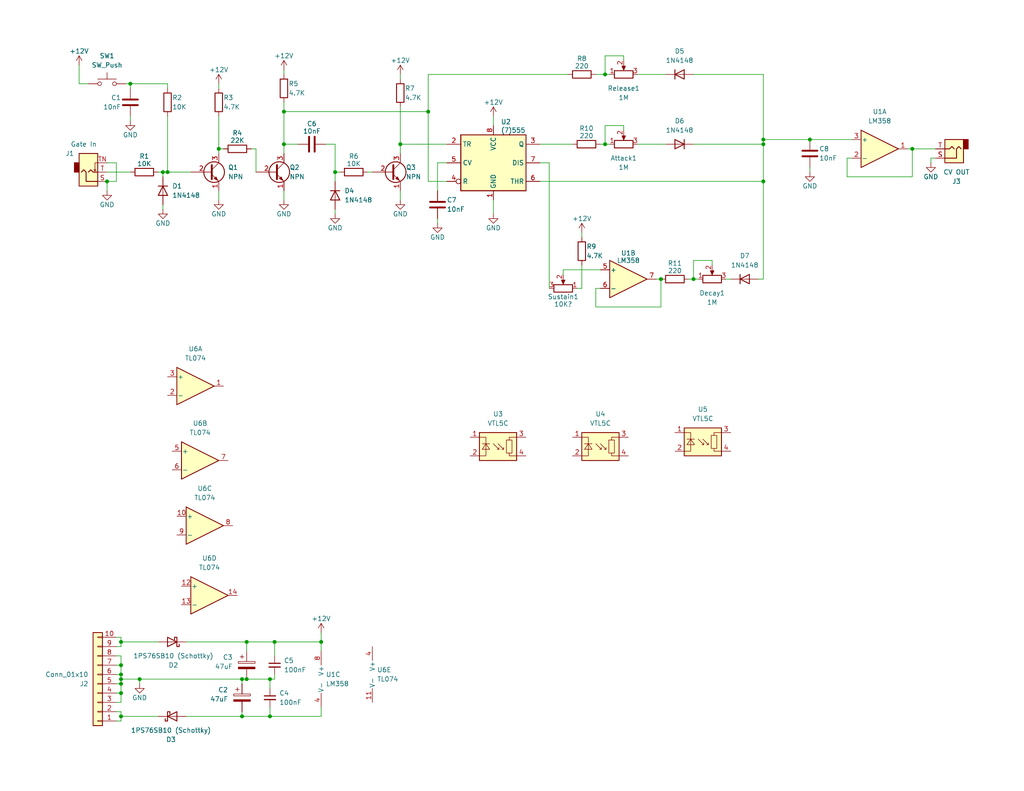
<source format=kicad_sch>
(kicad_sch (version 20250114) (generator "eeschema") (generator_version "9.0")
  (paper "USLetter")
  (lib_symbols
    (symbol "Amplifier_Operational:LM358" (pin_names (offset 0.127))
      (property "Reference" "U" (at 0 5.08 0))
      (property "Value" "LM358" (at 0 -5.08 0))
      (symbol "LM358_1_1"
        (polyline (pts (xy -5.08 5.08) (xy 5.08 0) (xy -5.08 -5.08) (xy -5.08 5.08)) (stroke (width 0.254)) (fill (type background)))
        (pin input line (at -7.62 2.54 0) (length 2.54) (name "+") (number "3"))
        (pin input line (at -7.62 -2.54 0) (length 2.54) (name "-") (number "2"))
        (pin output line (at 7.62 0 180) (length 2.54) (name "~") (number "1"))
      )
      (symbol "LM358_2_1"
        (polyline (pts (xy -5.08 5.08) (xy 5.08 0) (xy -5.08 -5.08) (xy -5.08 5.08)) (stroke (width 0.254)) (fill (type background)))
        (pin input line (at -7.62 2.54 0) (length 2.54) (name "+") (number "5"))
        (pin input line (at -7.62 -2.54 0) (length 2.54) (name "-") (number "6"))
        (pin output line (at 7.62 0 180) (length 2.54) (name "~") (number "7"))
      )
      (symbol "LM358_3_1"
        (pin power_in line (at -2.54 7.62 270) (length 3.81) (name "V+") (number "8"))
        (pin power_in line (at -2.54 -7.62 90) (length 3.81) (name "V-") (number "4"))
      )
    )
    (symbol "Amplifier_Operational:TL074" (pin_names (offset 0.127))
      (property "Reference" "U" (at 0 5.08 0))
      (property "Value" "TL074" (at 0 -5.08 0))
      (symbol "TL074_1_1"
        (polyline (pts (xy -5.08 5.08) (xy 5.08 0) (xy -5.08 -5.08) (xy -5.08 5.08)) (stroke (width 0.254)) (fill (type background)))
        (pin input line (at -7.62 2.54 0) (length 2.54) (name "+") (number "3"))
        (pin input line (at -7.62 -2.54 0) (length 2.54) (name "-") (number "2"))
        (pin output line (at 7.62 0 180) (length 2.54) (name "~") (number "1"))
      )
      (symbol "TL074_2_1"
        (polyline (pts (xy -5.08 5.08) (xy 5.08 0) (xy -5.08 -5.08) (xy -5.08 5.08)) (stroke (width 0.254)) (fill (type background)))
        (pin input line (at -7.62 2.54 0) (length 2.54) (name "+") (number "5"))
        (pin input line (at -7.62 -2.54 0) (length 2.54) (name "-") (number "6"))
        (pin output line (at 7.62 0 180) (length 2.54) (name "~") (number "7"))
      )
      (symbol "TL074_3_1"
        (polyline (pts (xy -5.08 5.08) (xy 5.08 0) (xy -5.08 -5.08) (xy -5.08 5.08)) (stroke (width 0.254)) (fill (type background)))
        (pin input line (at -7.62 2.54 0) (length 2.54) (name "+") (number "10"))
        (pin input line (at -7.62 -2.54 0) (length 2.54) (name "-") (number "9"))
        (pin output line (at 7.62 0 180) (length 2.54) (name "~") (number "8"))
      )
      (symbol "TL074_4_1"
        (polyline (pts (xy -5.08 5.08) (xy 5.08 0) (xy -5.08 -5.08) (xy -5.08 5.08)) (stroke (width 0.254)) (fill (type background)))
        (pin input line (at -7.62 2.54 0) (length 2.54) (name "+") (number "12"))
        (pin input line (at -7.62 -2.54 0) (length 2.54) (name "-") (number "13"))
        (pin output line (at 7.62 0 180) (length 2.54) (name "~") (number "14"))
      )
      (symbol "TL074_5_1"
        (pin power_in line (at -2.54 7.62 270) (length 3.81) (name "V+") (number "4"))
        (pin power_in line (at -2.54 -7.62 90) (length 3.81) (name "V-") (number "11"))
      )
    )
    (symbol "Connector_Audio:AudioJack2"
      (property "Reference" "J" (at 0 8.89 0))
      (property "Value" "AudioJack2" (at 0 6.35 0))
      (symbol "AudioJack2_0_1"
        (rectangle (start -3.81 0) (end -2.54 -2.54) (stroke (width 0.254)) (fill (type outline)))
        (rectangle (start -2.54 3.81) (end 2.54 -2.54) (stroke (width 0.254)) (fill (type background)))
        (polyline (pts (xy 0 0) (xy 0.635 -0.635) (xy 1.27 0) (xy 2.54 0)) (stroke (width 0.254)))
        (polyline (pts (xy 2.54 2.54) (xy -0.635 2.54) (xy -0.635 0) (xy -1.27 -0.635) (xy -1.905 0)) (stroke (width 0.254)))
      )
      (symbol "AudioJack2_1_1"
        (pin passive line (at 5.08 2.54 180) (length 2.54) (name "~") (number "S"))
        (pin passive line (at 5.08 0 180) (length 2.54) (name "~") (number "T"))
      )
    )
    (symbol "Connector_Audio:AudioJack2_SwitchT"
      (property "Reference" "J" (at 0 8.89 0))
      (property "Value" "AudioJack2_SwitchT" (at 0 6.35 0))
      (symbol "AudioJack2_SwitchT_0_1"
        (rectangle (start -2.54 0) (end -3.81 -2.54) (stroke (width 0.254)) (fill (type outline)))
        (polyline (pts (xy 0 0) (xy 0.635 -0.635) (xy 1.27 0) (xy 2.54 0)) (stroke (width 0.254)))
        (polyline (pts (xy 1.778 -0.254) (xy 2.032 -0.762)))
        (rectangle (start 2.54 3.81) (end -2.54 -5.08) (stroke (width 0.254)) (fill (type background)))
        (polyline (pts (xy 2.54 2.54) (xy -0.635 2.54) (xy -0.635 0) (xy -1.27 -0.635) (xy -1.905 0)) (stroke (width 0.254)))
        (polyline (pts (xy 2.54 -2.54) (xy 1.778 -2.54) (xy 1.778 -0.254) (xy 1.524 -0.762)))
      )
      (symbol "AudioJack2_SwitchT_1_1"
        (pin passive line (at 5.08 2.54 180) (length 2.54) (name "~") (number "S"))
        (pin passive line (at 5.08 0 180) (length 2.54) (name "~") (number "T"))
        (pin passive line (at 5.08 -2.54 180) (length 2.54) (name "~") (number "TN"))
      )
    )
    (symbol "Connector_Generic:Conn_01x10" (pin_names (offset 1.016) (hide yes))
      (property "Reference" "J" (at 0 12.7 0))
      (property "Value" "Conn_01x10" (at 0 -15.24 0))
      (symbol "Conn_01x10_1_1"
        (rectangle (start -1.27 11.43) (end 1.27 -13.97) (stroke (width 0.254)) (fill (type background)))
        (rectangle (start -1.27 10.287) (end 0 10.033) (stroke (width 0.1524)))
        (rectangle (start -1.27 7.747) (end 0 7.493) (stroke (width 0.1524)))
        (rectangle (start -1.27 5.207) (end 0 4.953) (stroke (width 0.1524)))
        (rectangle (start -1.27 2.667) (end 0 2.413) (stroke (width 0.1524)))
        (rectangle (start -1.27 0.127) (end 0 -0.127) (stroke (width 0.1524)))
        (rectangle (start -1.27 -2.413) (end 0 -2.667) (stroke (width 0.1524)))
        (rectangle (start -1.27 -4.953) (end 0 -5.207) (stroke (width 0.1524)))
        (rectangle (start -1.27 -7.493) (end 0 -7.747) (stroke (width 0.1524)))
        (rectangle (start -1.27 -10.033) (end 0 -10.287) (stroke (width 0.1524)))
        (rectangle (start -1.27 -12.573) (end 0 -12.827) (stroke (width 0.1524)))
        (pin passive line (at -5.08 10.16 0) (length 3.81) (name "Pin_1") (number "1"))
        (pin passive line (at -5.08 7.62 0) (length 3.81) (name "Pin_2") (number "2"))
        (pin passive line (at -5.08 5.08 0) (length 3.81) (name "Pin_3") (number "3"))
        (pin passive line (at -5.08 2.54 0) (length 3.81) (name "Pin_4") (number "4"))
        (pin passive line (at -5.08 0 0) (length 3.81) (name "Pin_5") (number "5"))
        (pin passive line (at -5.08 -2.54 0) (length 3.81) (name "Pin_6") (number "6"))
        (pin passive line (at -5.08 -5.08 0) (length 3.81) (name "Pin_7") (number "7"))
        (pin passive line (at -5.08 -7.62 0) (length 3.81) (name "Pin_8") (number "8"))
        (pin passive line (at -5.08 -10.16 0) (length 3.81) (name "Pin_9") (number "9"))
        (pin passive line (at -5.08 -12.7 0) (length 3.81) (name "Pin_10") (number "10"))
      )
    )
    (symbol "Device:C" (pin_numbers (hide yes)) (pin_names (offset 0.254))
      (property "Reference" "C" (at 0.635 2.54 0))
      (property "Value" "C" (at 0.635 -2.54 0))
      (symbol "C_0_1"
        (polyline (pts (xy -2.032 0.762) (xy 2.032 0.762)) (stroke (width 0.508)))
        (polyline (pts (xy -2.032 -0.762) (xy 2.032 -0.762)) (stroke (width 0.508)))
      )
      (symbol "C_1_1"
        (pin passive line (at 0 3.81 270) (length 2.794) (name "~") (number "1"))
        (pin passive line (at 0 -3.81 90) (length 2.794) (name "~") (number "2"))
      )
    )
    (symbol "Device:C_Polarized" (pin_numbers (hide yes)) (pin_names (offset 0.254))
      (property "Reference" "C" (at 0.635 2.54 0))
      (property "Value" "C_Polarized" (at 0.635 -2.54 0))
      (symbol "C_Polarized_0_1"
        (rectangle (start -2.286 0.508) (end 2.286 1.016))
        (polyline (pts (xy -1.778 2.286) (xy -0.762 2.286)))
        (polyline (pts (xy -1.27 2.794) (xy -1.27 1.778)))
        (rectangle (start 2.286 -0.508) (end -2.286 -1.016) (fill (type outline)))
      )
      (symbol "C_Polarized_1_1"
        (pin passive line (at 0 3.81 270) (length 2.794) (name "~") (number "1"))
        (pin passive line (at 0 -3.81 90) (length 2.794) (name "~") (number "2"))
      )
    )
    (symbol "Device:C_Small" (pin_numbers (hide yes)) (pin_names (offset 0.254) (hide yes))
      (property "Reference" "C" (at 0.254 1.778 0))
      (property "Value" "C_Small" (at 0.254 -2.032 0))
      (symbol "C_Small_0_1"
        (polyline (pts (xy -1.524 0.508) (xy 1.524 0.508)) (stroke (width 0.3048)))
        (polyline (pts (xy -1.524 -0.508) (xy 1.524 -0.508)) (stroke (width 0.3302)))
      )
      (symbol "C_Small_1_1"
        (pin passive line (at 0 2.54 270) (length 2.032) (name "~") (number "1"))
        (pin passive line (at 0 -2.54 90) (length 2.032) (name "~") (number "2"))
      )
    )
    (symbol "Device:R" (pin_numbers (hide yes)) (pin_names (offset 0))
      (property "Reference" "R" (at 2.032 0 90))
      (property "Value" "R" (at 0 0 90))
      (symbol "R_0_1"
        (rectangle (start -1.016 -2.54) (end 1.016 2.54) (stroke (width 0.254)))
      )
      (symbol "R_1_1"
        (pin passive line (at 0 3.81 270) (length 1.27) (name "~") (number "1"))
        (pin passive line (at 0 -3.81 90) (length 1.27) (name "~") (number "2"))
      )
    )
    (symbol "Device:R_Potentiometer" (pin_names (offset 1.016) (hide yes))
      (property "Reference" "RV" (at -4.445 0 90))
      (property "Value" "R_Potentiometer" (at -2.54 0 90))
      (symbol "R_Potentiometer_0_1"
        (rectangle (start 1.016 2.54) (end -1.016 -2.54) (stroke (width 0.254)))
        (polyline (pts (xy 1.143 0) (xy 2.286 0.508) (xy 2.286 -0.508) (xy 1.143 0)) (fill (type outline)))
        (polyline (pts (xy 2.54 0) (xy 1.524 0)))
      )
      (symbol "R_Potentiometer_1_1"
        (pin passive line (at 0 3.81 270) (length 1.27) (name "1") (number "1"))
        (pin passive line (at 0 -3.81 90) (length 1.27) (name "3") (number "3"))
        (pin passive line (at 3.81 0 180) (length 1.27) (name "2") (number "2"))
      )
    )
    (symbol "Diode:1N4148" (pin_numbers (hide yes)) (pin_names (hide yes))
      (property "Reference" "D" (at 0 2.54 0))
      (property "Value" "1N4148" (at 0 -2.54 0))
      (symbol "1N4148_0_1"
        (polyline (pts (xy -1.27 1.27) (xy -1.27 -1.27)) (stroke (width 0.254)))
        (polyline (pts (xy 1.27 1.27) (xy 1.27 -1.27) (xy -1.27 0) (xy 1.27 1.27)) (stroke (width 0.254)))
        (polyline (pts (xy 1.27 0) (xy -1.27 0)))
      )
      (symbol "1N4148_1_1"
        (pin passive line (at -3.81 0 0) (length 2.54) (name "K") (number "1"))
        (pin passive line (at 3.81 0 180) (length 2.54) (name "A") (number "2"))
      )
    )
    (symbol "Diode:BAT60A" (pin_numbers (hide yes)) (pin_names (offset 1.016) (hide yes))
      (property "Reference" "D" (at 0 2.54 0))
      (property "Value" "BAT60A" (at 0 -2.54 0))
      (symbol "BAT60A_0_1"
        (polyline (pts (xy -1.905 0.635) (xy -1.905 1.27) (xy -1.27 1.27) (xy -1.27 -1.27) (xy -0.635 -1.27) (xy -0.635 -0.635)) (stroke (width 0.254)))
        (polyline (pts (xy 1.27 1.27) (xy 1.27 -1.27) (xy -1.27 0) (xy 1.27 1.27)) (stroke (width 0.254)))
        (polyline (pts (xy 1.27 0) (xy -1.27 0)))
      )
      (symbol "BAT60A_1_1"
        (pin passive line (at -3.81 0 0) (length 2.54) (name "K") (number "1"))
        (pin passive line (at 3.81 0 180) (length 2.54) (name "A") (number "2"))
      )
    )
    (symbol "Isolator:VTL5C" (pin_names (offset 1.016) (hide yes))
      (property "Reference" "U" (at 0 5.08 0))
      (property "Value" "VTL5C" (at 0 -5.08 0))
      (symbol "VTL5C_0_1"
        (rectangle (start -5.08 3.81) (end 5.08 -3.81) (stroke (width 0.254)) (fill (type background)))
        (polyline (pts (xy -5.08 -2.54) (xy -3.302 -2.54) (xy -3.302 2.54) (xy -5.08 2.54)))
        (polyline (pts (xy -4.318 0.762) (xy -2.286 0.762)))
        (polyline (pts (xy -1.27 0.762) (xy 0.254 -0.762)))
        (polyline (pts (xy 0 0.762) (xy 1.524 -0.762)))
        (polyline (pts (xy 0.254 -0.254) (xy 0.254 -0.762) (xy -0.254 -0.762)))
        (polyline (pts (xy 1.524 -0.254) (xy 1.524 -0.762) (xy 1.016 -0.762)))
        (rectangle (start 2.286 1.778) (end 3.81 -1.778))
        (polyline (pts (xy 3.048 1.778) (xy 3.048 2.54) (xy 5.08 2.54)))
        (polyline (pts (xy 3.048 -1.778) (xy 3.048 -2.54) (xy 5.08 -2.54)))
      )
      (symbol "VTL5C_1_1"
        (polyline (pts (xy -4.318 -0.762) (xy -3.302 0.762) (xy -2.286 -0.762) (xy -4.318 -0.762)))
        (pin passive line (at -7.62 2.54 0) (length 2.54) (name "-") (number "1"))
        (pin passive line (at -7.62 -2.54 0) (length 2.54) (name "+") (number "2"))
        (pin passive line (at 7.62 2.54 180) (length 2.54) (name "~") (number "3"))
        (pin passive line (at 7.62 -2.54 180) (length 2.54) (name "~") (number "4"))
      )
    )
    (symbol "Switch:SW_Push" (pin_numbers (hide yes)) (pin_names (offset 1.016) (hide yes))
      (property "Reference" "SW" (at 1.27 2.54 0))
      (property "Value" "SW_Push" (at 0 -1.524 0))
      (symbol "SW_Push_0_1"
        (circle (center -2.032 0) (radius 0.508))
        (polyline (pts (xy 0 1.27) (xy 0 3.048)))
        (circle (center 2.032 0) (radius 0.508))
        (polyline (pts (xy 2.54 1.27) (xy -2.54 1.27)))
        (pin passive line (at -5.08 0 0) (length 2.54) (name "1") (number "1"))
        (pin passive line (at 5.08 0 180) (length 2.54) (name "2") (number "2"))
      )
    )
    (symbol "Timer:NA555P"
      (property "Reference" "U" (at -10.16 8.89 0))
      (property "Value" "NA555P" (at 2.54 8.89 0))
      (symbol "NA555P_0_0"
        (pin power_in line (at 0 10.16 270) (length 2.54) (name "VCC") (number "8"))
        (pin power_in line (at 0 -10.16 90) (length 2.54) (name "GND") (number "1"))
      )
      (symbol "NA555P_0_1"
        (rectangle (start -8.89 -7.62) (end 8.89 7.62) (stroke (width 0.254)) (fill (type background)))
        (rectangle (start -8.89 -7.62) (end 8.89 7.62) (stroke (width 0.254)) (fill (type background)))
      )
      (symbol "NA555P_1_1"
        (pin input line (at -12.7 5.08 0) (length 3.81) (name "TR") (number "2"))
        (pin input line (at -12.7 0 0) (length 3.81) (name "CV") (number "5"))
        (pin input inverted (at -12.7 -5.08 0) (length 3.81) (name "R") (number "4"))
        (pin output line (at 12.7 5.08 180) (length 3.81) (name "Q") (number "3"))
        (pin input line (at 12.7 0 180) (length 3.81) (name "DIS") (number "7"))
        (pin input line (at 12.7 -5.08 180) (length 3.81) (name "THR") (number "6"))
      )
    )
    (symbol "Transistor_BJT:2N3904" (pin_names (offset 0) (hide yes))
      (property "Reference" "Q" (at 5.08 1.905 0))
      (property "Value" "2N3904" (at 5.08 0 0))
      (symbol "2N3904_0_1"
        (polyline (pts (xy 0.635 1.905) (xy 0.635 -1.905) (xy 0.635 -1.905)) (stroke (width 0.508)))
        (polyline (pts (xy 0.635 0.635) (xy 2.54 2.54)))
        (polyline (pts (xy 0.635 -0.635) (xy 2.54 -2.54) (xy 2.54 -2.54)))
        (circle (center 1.27 0) (radius 2.8194) (stroke (width 0.254)))
        (polyline (pts (xy 1.27 -1.778) (xy 1.778 -1.27) (xy 2.286 -2.286) (xy 1.27 -1.778) (xy 1.27 -1.778)) (fill (type outline)))
      )
      (symbol "2N3904_1_1"
        (pin passive line (at -5.08 0 0) (length 5.715) (name "B") (number "2"))
        (pin passive line (at 2.54 5.08 270) (length 2.54) (name "C") (number "3"))
        (pin passive line (at 2.54 -5.08 90) (length 2.54) (name "E") (number "1"))
      )
    )
    (symbol "power:+12V" (power) (pin_names (offset 0))
      (property "Value" "+12V" (at 0 3.556 0))
      (symbol "+12V_0_1"
        (polyline (pts (xy -0.762 1.27) (xy 0 2.54)))
        (polyline (pts (xy 0 2.54) (xy 0.762 1.27)))
        (polyline (pts (xy 0 0) (xy 0 2.54)))
      )
      (symbol "+12V_1_1"
        (pin power_in line (at 0 0 90) (length 0) (hide yes) (name "+12V") (number "1"))
      )
    )
    (symbol "power:GND" (power) (pin_names (offset 0))
      (property "Value" "GND" (at 0 -3.81 0))
      (symbol "GND_0_1"
        (polyline (pts (xy 0 0) (xy 0 -1.27) (xy 1.27 -1.27) (xy 0 -2.54) (xy -1.27 -1.27) (xy 0 -1.27)))
      )
      (symbol "GND_1_1"
        (pin power_in line (at 0 0 270) (length 0) (hide yes) (name "GND") (number "1"))
      )
    )
  )
  (junction (at 33.02 184.15))
  (junction (at 165.1 39.37))
  (junction (at 67.31 185.42))
  (junction (at 33.02 195.58))
  (junction (at 189.23 76.2))
  (junction (at 208.28 38.1))
  (junction (at 220.98 38.1))
  (junction (at 208.28 49.53))
  (junction (at 73.66 195.58))
  (junction (at 66.04 185.42))
  (junction (at 59.69 40.64))
  (junction (at 91.44 46.99))
  (junction (at 33.02 189.23))
  (junction (at 73.66 185.42))
  (junction (at 33.02 181.61))
  (junction (at 29.21 49.53))
  (junction (at 116.84 30.48))
  (junction (at 35.56 22.86))
  (junction (at 208.28 39.37))
  (junction (at 77.47 39.37))
  (junction (at 45.72 46.99))
  (junction (at 74.93 175.26))
  (junction (at 248.92 40.64))
  (junction (at 66.04 195.58))
  (junction (at 33.02 186.69))
  (junction (at 33.02 185.42))
  (junction (at 33.02 175.26))
  (junction (at 87.63 175.26))
  (junction (at 109.22 39.37))
  (junction (at 77.47 30.48))
  (junction (at 67.31 175.26))
  (junction (at 165.1 20.32))
  (junction (at 44.45 46.99))
  (junction (at 38.1 185.42))
  (junction (at 180.34 76.2))
  (wire (pts (xy 77.47 30.48) (xy 116.84 30.48)))
  (wire (pts (xy 33.02 195.58) (xy 33.02 196.85)))
  (wire (pts (xy 29.21 49.53) (xy 29.21 52.07)))
  (wire (pts (xy 33.02 175.26) (xy 33.02 173.99)))
  (wire (pts (xy 77.47 39.37) (xy 77.47 41.91)))
  (wire (pts (xy 119.38 44.45) (xy 121.92 44.45)))
  (wire (pts (xy 31.75 189.23) (xy 33.02 189.23)))
  (wire (pts (xy 33.02 176.53) (xy 33.02 175.26)))
  (wire (pts (xy 170.18 34.29) (xy 165.1 34.29)))
  (wire (pts (xy 31.75 44.45) (xy 31.75 49.53)))
  (wire (pts (xy 66.04 195.58) (xy 73.66 195.58)))
  (wire (pts (xy 147.32 49.53) (xy 208.28 49.53)))
  (wire (pts (xy 170.18 15.24) (xy 170.18 16.51)))
  (wire (pts (xy 87.63 175.26) (xy 87.63 177.8)))
  (wire (pts (xy 158.75 72.39) (xy 158.75 78.74)))
  (wire (pts (xy 208.28 39.37) (xy 208.28 38.1)))
  (wire (pts (xy 180.34 76.2) (xy 180.34 83.82)))
  (wire (pts (xy 31.75 173.99) (xy 33.02 173.99)))
  (wire (pts (xy 45.72 46.99) (xy 52.07 46.99)))
  (wire (pts (xy 134.62 31.75) (xy 134.62 34.29)))
  (wire (pts (xy 74.93 175.26) (xy 87.63 175.26)))
  (wire (pts (xy 157.48 78.74) (xy 158.75 78.74)))
  (wire (pts (xy 74.93 179.07) (xy 74.93 175.26)))
  (wire (pts (xy 248.92 48.26) (xy 231.14 48.26)))
  (wire (pts (xy 165.1 39.37) (xy 166.37 39.37)))
  (wire (pts (xy 77.47 19.05) (xy 77.47 20.32)))
  (wire (pts (xy 59.69 40.64) (xy 60.96 40.64)))
  (wire (pts (xy 162.56 83.82) (xy 180.34 83.82)))
  (wire (pts (xy 33.02 184.15) (xy 31.75 184.15)))
  (wire (pts (xy 109.22 39.37) (xy 109.22 41.91)))
  (wire (pts (xy 77.47 52.07) (xy 77.47 54.61)))
  (wire (pts (xy 101.6 46.99) (xy 100.33 46.99)))
  (wire (pts (xy 29.21 49.53) (xy 31.75 49.53)))
  (wire (pts (xy 66.04 185.42) (xy 67.31 185.42)))
  (wire (pts (xy 165.1 15.24) (xy 165.1 20.32)))
  (wire (pts (xy 149.86 44.45) (xy 149.86 78.74)))
  (wire (pts (xy 29.21 44.45) (xy 31.75 44.45)))
  (wire (pts (xy 33.02 186.69) (xy 33.02 189.23)))
  (wire (pts (xy 220.98 45.72) (xy 220.98 46.99)))
  (wire (pts (xy 194.31 71.12) (xy 194.31 72.39)))
  (wire (pts (xy 33.02 194.31) (xy 33.02 195.58)))
  (wire (pts (xy 50.8 195.58) (xy 66.04 195.58)))
  (wire (pts (xy 31.75 186.69) (xy 33.02 186.69)))
  (wire (pts (xy 208.28 38.1) (xy 220.98 38.1)))
  (wire (pts (xy 116.84 20.32) (xy 116.84 30.48)))
  (wire (pts (xy 35.56 31.75) (xy 35.56 33.02)))
  (wire (pts (xy 116.84 30.48) (xy 116.84 49.53)))
  (wire (pts (xy 173.99 39.37) (xy 181.61 39.37)))
  (wire (pts (xy 31.75 181.61) (xy 33.02 181.61)))
  (wire (pts (xy 162.56 78.74) (xy 162.56 83.82)))
  (wire (pts (xy 208.28 39.37) (xy 189.23 39.37)))
  (wire (pts (xy 33.02 179.07) (xy 33.02 181.61)))
  (wire (pts (xy 44.45 46.99) (xy 44.45 48.26)))
  (wire (pts (xy 247.65 40.64) (xy 248.92 40.64)))
  (wire (pts (xy 165.1 34.29) (xy 165.1 39.37)))
  (wire (pts (xy 91.44 39.37) (xy 91.44 46.99)))
  (wire (pts (xy 91.44 58.42) (xy 91.44 57.15)))
  (wire (pts (xy 73.66 195.58) (xy 87.63 195.58)))
  (wire (pts (xy 59.69 31.75) (xy 59.69 40.64)))
  (wire (pts (xy 66.04 194.31) (xy 66.04 195.58)))
  (wire (pts (xy 87.63 172.72) (xy 87.63 175.26)))
  (wire (pts (xy 109.22 20.32) (xy 109.22 21.59)))
  (wire (pts (xy 33.02 195.58) (xy 43.18 195.58)))
  (wire (pts (xy 33.02 181.61) (xy 33.02 184.15)))
  (wire (pts (xy 198.12 76.2) (xy 199.39 76.2)))
  (wire (pts (xy 220.98 38.1) (xy 232.41 38.1)))
  (wire (pts (xy 21.59 17.78) (xy 21.59 22.86)))
  (wire (pts (xy 170.18 15.24) (xy 165.1 15.24)))
  (wire (pts (xy 173.99 20.32) (xy 181.61 20.32)))
  (wire (pts (xy 73.66 193.04) (xy 73.66 195.58)))
  (wire (pts (xy 254 43.18) (xy 254 44.45)))
  (wire (pts (xy 33.02 185.42) (xy 33.02 186.69)))
  (wire (pts (xy 45.72 31.75) (xy 45.72 46.99)))
  (wire (pts (xy 38.1 186.69) (xy 38.1 185.42)))
  (wire (pts (xy 45.72 22.86) (xy 45.72 24.13)))
  (wire (pts (xy 87.63 193.04) (xy 87.63 195.58)))
  (wire (pts (xy 231.14 43.18) (xy 232.41 43.18)))
  (wire (pts (xy 74.93 184.15) (xy 74.93 185.42)))
  (wire (pts (xy 59.69 52.07) (xy 59.69 54.61)))
  (wire (pts (xy 154.94 20.32) (xy 116.84 20.32)))
  (wire (pts (xy 91.44 46.99) (xy 92.71 46.99)))
  (wire (pts (xy 163.83 39.37) (xy 165.1 39.37)))
  (wire (pts (xy 73.66 185.42) (xy 74.93 185.42)))
  (wire (pts (xy 35.56 22.86) (xy 35.56 24.13)))
  (wire (pts (xy 73.66 185.42) (xy 73.66 187.96)))
  (wire (pts (xy 248.92 40.64) (xy 255.27 40.64)))
  (wire (pts (xy 33.02 196.85) (xy 31.75 196.85)))
  (wire (pts (xy 153.67 73.66) (xy 163.83 73.66)))
  (wire (pts (xy 165.1 20.32) (xy 166.37 20.32)))
  (wire (pts (xy 31.75 191.77) (xy 33.02 191.77)))
  (wire (pts (xy 77.47 30.48) (xy 77.47 39.37)))
  (wire (pts (xy 38.1 185.42) (xy 66.04 185.42)))
  (wire (pts (xy 208.28 76.2) (xy 207.01 76.2)))
  (wire (pts (xy 44.45 46.99) (xy 45.72 46.99)))
  (wire (pts (xy 158.75 63.5) (xy 158.75 64.77)))
  (wire (pts (xy 147.32 44.45) (xy 149.86 44.45)))
  (wire (pts (xy 248.92 40.64) (xy 248.92 48.26)))
  (wire (pts (xy 66.04 186.69) (xy 66.04 185.42)))
  (wire (pts (xy 68.58 40.64) (xy 69.85 40.64)))
  (wire (pts (xy 35.56 22.86) (xy 45.72 22.86)))
  (wire (pts (xy 29.21 46.99) (xy 35.56 46.99)))
  (wire (pts (xy 33.02 185.42) (xy 38.1 185.42)))
  (wire (pts (xy 67.31 185.42) (xy 73.66 185.42)))
  (wire (pts (xy 162.56 20.32) (xy 165.1 20.32)))
  (wire (pts (xy 44.45 57.15) (xy 44.45 55.88)))
  (wire (pts (xy 179.07 76.2) (xy 180.34 76.2)))
  (wire (pts (xy 109.22 52.07) (xy 109.22 54.61)))
  (wire (pts (xy 59.69 40.64) (xy 59.69 41.91)))
  (wire (pts (xy 43.18 46.99) (xy 44.45 46.99)))
  (wire (pts (xy 189.23 76.2) (xy 190.5 76.2)))
  (wire (pts (xy 109.22 29.21) (xy 109.22 39.37)))
  (wire (pts (xy 189.23 71.12) (xy 189.23 76.2)))
  (wire (pts (xy 31.75 176.53) (xy 33.02 176.53)))
  (wire (pts (xy 119.38 44.45) (xy 119.38 52.07)))
  (wire (pts (xy 59.69 22.86) (xy 59.69 24.13)))
  (wire (pts (xy 208.28 20.32) (xy 208.28 38.1)))
  (wire (pts (xy 208.28 39.37) (xy 208.28 49.53)))
  (wire (pts (xy 254 43.18) (xy 255.27 43.18)))
  (wire (pts (xy 77.47 27.94) (xy 77.47 30.48)))
  (wire (pts (xy 33.02 184.15) (xy 33.02 185.42)))
  (wire (pts (xy 33.02 194.31) (xy 31.75 194.31)))
  (wire (pts (xy 231.14 48.26) (xy 231.14 43.18)))
  (wire (pts (xy 109.22 39.37) (xy 121.92 39.37)))
  (wire (pts (xy 33.02 189.23) (xy 33.02 191.77)))
  (wire (pts (xy 119.38 59.69) (xy 119.38 60.96)))
  (wire (pts (xy 170.18 34.29) (xy 170.18 35.56)))
  (wire (pts (xy 21.59 22.86) (xy 24.13 22.86)))
  (wire (pts (xy 134.62 54.61) (xy 134.62 58.42)))
  (wire (pts (xy 153.67 74.93) (xy 153.67 73.66)))
  (wire (pts (xy 194.31 71.12) (xy 189.23 71.12)))
  (wire (pts (xy 91.44 46.99) (xy 91.44 49.53)))
  (wire (pts (xy 116.84 49.53) (xy 121.92 49.53)))
  (wire (pts (xy 69.85 40.64) (xy 69.85 46.99)))
  (wire (pts (xy 67.31 175.26) (xy 74.93 175.26)))
  (wire (pts (xy 33.02 175.26) (xy 43.18 175.26)))
  (wire (pts (xy 88.9 39.37) (xy 91.44 39.37)))
  (wire (pts (xy 31.75 179.07) (xy 33.02 179.07)))
  (wire (pts (xy 208.28 20.32) (xy 189.23 20.32)))
  (wire (pts (xy 77.47 39.37) (xy 81.28 39.37)))
  (wire (pts (xy 147.32 39.37) (xy 156.21 39.37)))
  (wire (pts (xy 187.96 76.2) (xy 189.23 76.2)))
  (wire (pts (xy 162.56 78.74) (xy 163.83 78.74)))
  (wire (pts (xy 34.29 22.86) (xy 35.56 22.86)))
  (wire (pts (xy 50.8 175.26) (xy 67.31 175.26)))
  (wire (pts (xy 67.31 175.26) (xy 67.31 177.8)))
  (wire (pts (xy 208.28 49.53) (xy 208.28 76.2)))
  (symbol (lib_id "power:GND") (at 119.38 60.96 0) (mirror y) (unit 1)
    (property "Reference" "#PWR014" (effects (hide yes)))
    (property "Value" "GND" (at 119.38 64.77 0))
  )
  (symbol (lib_id "Device:R") (at 184.15 76.2 90) (unit 1)
    (property "Reference" "R11" (at 184.15 71.882 90))
    (property "Value" "220" (at 184.15 73.914 90))
  )
  (symbol (lib_id "power:GND") (at 35.56 33.02 0) (mirror y) (unit 1)
    (property "Reference" "#PWR03" (effects (hide yes)))
    (property "Value" "GND" (at 35.56 36.83 0))
  )
  (symbol (lib_id "Device:R") (at 59.69 27.94 0) (unit 1)
    (property "Reference" "R3" (at 60.96 26.67 0) (effects (justify left)))
    (property "Value" "4.7K" (at 60.96 29.21 0) (effects (justify left)))
  )
  (symbol (lib_id "power:+12V") (at 87.63 172.72 0) (unit 1)
    (property "Reference" "#PWR011" (effects (hide yes)))
    (property "Value" "+12V" (at 87.63 168.91 0))
  )
  (symbol (lib_id "Diode:1N4148") (at 203.2 76.2 0) (unit 1)
    (property "Reference" "D7" (at 203.2 69.85 0))
    (property "Value" "1N4148" (at 203.2 72.39 0))
    (property "Footprint" "Diode_THT:D_DO-35_SOD27_P7.62mm_Horizontal" (effects (hide yes)))
    (property "Datasheet" "https://assets.nexperia.com/documents/data-sheet/1N4148_1N4448.pdf" (effects (hide yes)))
    (property "Sim.Device" "D" (effects (hide yes)))
    (property "Sim.Pins" "1=K 2=A" (effects (hide yes)))
  )
  (symbol (lib_id "Diode:BAT60A") (at 46.99 175.26 180) (unit 1)
    (property "Reference" "D2" (at 47.3075 181.61 0))
    (property "Value" "1PS76SB10 (Schottky)" (at 47.3075 179.07 0))
    (property "Footprint" "Diode_SMD:D_SOD-323_HandSoldering" (effects (hide yes)))
    (property "Datasheet" "https://www.infineon.com/dgdl/Infineon-BAT60ASERIES-DS-v01_01-en.pdf?fileId=db3a304313d846880113def70c9304a9" (effects (hide yes)))
  )
  (symbol (lib_id "Device:C_Small") (at 74.93 181.61 0) (unit 1)
    (property "Reference" "C5" (at 77.47 180.3463 0) (effects (justify left)))
    (property "Value" "100nF" (at 77.47 182.8863 0) (effects (justify left)))
    (property "Footprint" "Capacitor_SMD:C_0805_2012Metric_Pad1.18x1.45mm_HandSolder" (effects (hide yes)))
  )
  (symbol (lib_id "power:GND") (at 29.21 52.07 0) (unit 1)
    (property "Reference" "#PWR02" (effects (hide yes)))
    (property "Value" "GND" (at 29.21 55.88 0))
  )
  (symbol (lib_id "Amplifier_Operational:TL074") (at 54.61 125.73 0) (unit 2)
    (property "Reference" "U6" (at 54.61 115.57 0))
    (property "Value" "TL074" (at 54.61 118.11 0))
    (property "Footprint" "Package_SO:SOIC-14_3.9x8.7mm_P1.27mm" (effects (hide yes)))
    (property "Datasheet" "http://www.ti.com/lit/ds/symlink/tl071.pdf" (effects (hide yes)))
    (property "Description" "Quad Low-Noise JFET-Input Operational Amplifiers, DIP-14/SOIC-14" (effects (hide yes)))
  )
  (symbol (lib_id "Isolator:VTL5C") (at 163.83 121.92 0) (unit 1)
    (property "Reference" "U4" (at 163.83 113.03 0))
    (property "Value" "VTL5C" (at 163.83 115.57 0))
    (property "Footprint" "OptoDevice:PerkinElmer_VTL5C" (effects (hide yes)))
    (property "Datasheet" "http://www.qsl.net/wa1ion/vactrol/vactrol.pdf" (effects (hide yes)))
    (property "Description" "Low Cost Axial Vactrols" (effects (hide yes)))
  )
  (symbol (lib_id "Amplifier_Operational:TL074") (at 57.15 162.56 0) (unit 4)
    (property "Reference" "U6" (at 57.15 152.4 0))
    (property "Value" "TL074" (at 57.15 154.94 0))
    (property "Footprint" "Package_SO:SOIC-14_3.9x8.7mm_P1.27mm" (effects (hide yes)))
    (property "Datasheet" "http://www.ti.com/lit/ds/symlink/tl071.pdf" (effects (hide yes)))
    (property "Description" "Quad Low-Noise JFET-Input Operational Amplifiers, DIP-14/SOIC-14" (effects (hide yes)))
  )
  (symbol (lib_id "Device:R_Potentiometer") (at 170.18 20.32 90) (unit 1)
    (property "Reference" "Release1" (at 170.18 24.13 90))
    (property "Value" "1M" (at 170.18 26.67 90))
    (property "Description" "Potentiometer" (effects (hide yes)))
  )
  (symbol (lib_id "Device:C") (at 119.38 55.88 0) (unit 1)
    (property "Reference" "C7" (at 121.92 54.61 0) (effects (justify left)))
    (property "Value" "10nF" (at 121.92 57.15 0) (effects (justify left)))
    (property "Description" "Unpolarized capacitor" (effects (hide yes)))
  )
  (symbol (lib_id "Transistor_BJT:2N3904") (at 74.93 46.99 0) (unit 1)
    (property "Reference" "Q2" (at 78.994 45.72 0) (effects (justify left)))
    (property "Value" "NPN" (at 78.994 48.26 0) (effects (justify left)))
    (property "Footprint" "Package_TO_SOT_THT:TO-92_Inline" (effects (hide yes)))
    (property "Datasheet" "https://www.onsemi.com/pub/Collateral/2N3903-D.PDF" (effects (hide yes)))
  )
  (symbol (lib_id "Amplifier_Operational:TL074") (at 104.14 184.15 0) (unit 5)
    (property "Reference" "U6" (at 102.87 182.8799 0) (effects (justify left)))
    (property "Value" "TL074" (at 102.87 185.4199 0) (effects (justify left)))
    (property "Footprint" "Package_SO:SOIC-14_3.9x8.7mm_P1.27mm" (effects (hide yes)))
    (property "Datasheet" "http://www.ti.com/lit/ds/symlink/tl071.pdf" (effects (hide yes)))
    (property "Description" "Quad Low-Noise JFET-Input Operational Amplifiers, DIP-14/SOIC-14" (effects (hide yes)))
  )
  (symbol (lib_id "Device:R") (at 64.77 40.64 90) (unit 1)
    (property "Reference" "R4" (at 64.77 36.322 90))
    (property "Value" "22K" (at 64.77 38.354 90))
  )
  (symbol (lib_id "Device:R") (at 160.02 39.37 90) (unit 1)
    (property "Reference" "R10" (at 160.02 35.052 90))
    (property "Value" "220" (at 160.02 37.084 90))
  )
  (symbol (lib_id "Device:R_Potentiometer") (at 194.31 76.2 90) (unit 1)
    (property "Reference" "Decay1" (at 194.31 80.01 90))
    (property "Value" "1M" (at 194.31 82.55 90))
    (property "Description" "Potentiometer" (effects (hide yes)))
  )
  (symbol (lib_id "Amplifier_Operational:LM358") (at 171.45 76.2 0) (unit 2)
    (property "Reference" "U1" (at 171.45 69.088 0))
    (property "Value" "LM358" (at 171.45 71.12 0))
    (property "Datasheet" "http://www.ti.com/lit/ds/symlink/lm2904-n.pdf" (effects (hide yes)))
    (property "Description" "Low-Power, Dual Operational Amplifiers, DIP-8/SOIC-8/TO-99-8" (effects (hide yes)))
  )
  (symbol (lib_id "power:GND") (at 254 44.45 0) (mirror y) (unit 1)
    (property "Reference" "#PWR019" (effects (hide yes)))
    (property "Value" "GND" (at 254 48.26 0))
  )
  (symbol (lib_id "Connector_Generic:Conn_01x10") (at 26.67 186.69 180) (unit 1)
    (property "Reference" "J2" (at 24.13 186.69 0) (effects (justify left)))
    (property "Value" "Conn_01x10" (at 24.13 184.15 0) (effects (justify left)))
    (property "Footprint" "SynthMages:IDC-Header_2x05_P2.54mm_Vertical_Fixed_Ground_Fill" (effects (hide yes)))
  )
  (symbol (lib_id "Device:R") (at 158.75 20.32 90) (unit 1)
    (property "Reference" "R8" (at 158.75 16.002 90))
    (property "Value" "220" (at 158.75 18.034 90))
  )
  (symbol (lib_id "Device:C") (at 35.56 27.94 0) (mirror y) (unit 1)
    (property "Reference" "C1" (at 33.02 26.67 0) (effects (justify left)))
    (property "Value" "10nF" (at 33.02 29.21 0) (effects (justify left)))
    (property "Description" "Unpolarized capacitor" (effects (hide yes)))
  )
  (symbol (lib_id "Isolator:VTL5C") (at 191.77 120.65 0) (unit 1)
    (property "Reference" "U5" (at 191.77 111.76 0))
    (property "Value" "VTL5C" (at 191.77 114.3 0))
    (property "Footprint" "OptoDevice:PerkinElmer_VTL5C" (effects (hide yes)))
    (property "Datasheet" "http://www.qsl.net/wa1ion/vactrol/vactrol.pdf" (effects (hide yes)))
    (property "Description" "Low Cost Axial Vactrols" (effects (hide yes)))
  )
  (symbol (lib_id "power:+12V") (at 109.22 20.32 0) (unit 1)
    (property "Reference" "#PWR012" (effects (hide yes)))
    (property "Value" "+12V" (at 109.22 16.51 0))
  )
  (symbol (lib_id "Device:C") (at 85.09 39.37 90) (unit 1)
    (property "Reference" "C6" (at 85.09 33.782 90))
    (property "Value" "10nF" (at 85.09 35.814 90))
  )
  (symbol (lib_id "power:GND") (at 44.45 57.15 0) (unit 1)
    (property "Reference" "#PWR04" (effects (hide yes)))
    (property "Value" "GND" (at 44.45 60.96 0))
  )
  (symbol (lib_id "Transistor_BJT:2N3904") (at 57.15 46.99 0) (unit 1)
    (property "Reference" "Q1" (at 62.23 45.7199 0) (effects (justify left)))
    (property "Value" "NPN" (at 62.23 48.2599 0) (effects (justify left)))
    (property "Footprint" "Package_TO_SOT_THT:TO-92_Inline" (effects (hide yes)))
    (property "Datasheet" "https://www.onsemi.com/pub/Collateral/2N3903-D.PDF" (effects (hide yes)))
  )
  (symbol (lib_id "Diode:1N4148") (at 185.42 20.32 0) (unit 1)
    (property "Reference" "D5" (at 185.42 13.97 0))
    (property "Value" "1N4148" (at 185.42 16.51 0))
    (property "Footprint" "Diode_THT:D_DO-35_SOD27_P7.62mm_Horizontal" (effects (hide yes)))
    (property "Datasheet" "https://assets.nexperia.com/documents/data-sheet/1N4148_1N4448.pdf" (effects (hide yes)))
    (property "Sim.Device" "D" (effects (hide yes)))
    (property "Sim.Pins" "1=K 2=A" (effects (hide yes)))
  )
  (symbol (lib_id "Device:R") (at 109.22 25.4 0) (unit 1)
    (property "Reference" "R7" (at 110.49 24.13 0) (effects (justify left)))
    (property "Value" "4.7K" (at 110.49 26.67 0) (effects (justify left)))
  )
  (symbol (lib_id "power:+12V") (at 158.75 63.5 0) (unit 1)
    (property "Reference" "#PWR017" (effects (hide yes)))
    (property "Value" "+12V" (at 158.75 59.69 0))
  )
  (symbol (lib_id "power:+12V") (at 134.62 31.75 0) (unit 1)
    (property "Reference" "#PWR015" (effects (hide yes)))
    (property "Value" "+12V" (at 134.62 27.94 0))
  )
  (symbol (lib_id "Diode:1N4148") (at 91.44 53.34 270) (unit 1)
    (property "Reference" "D4" (at 93.98 52.0699 90) (effects (justify left)))
    (property "Value" "1N4148" (at 93.98 54.6099 90) (effects (justify left)))
    (property "Footprint" "Diode_THT:D_DO-35_SOD27_P7.62mm_Horizontal" (effects (hide yes)))
    (property "Datasheet" "https://assets.nexperia.com/documents/data-sheet/1N4148_1N4448.pdf" (effects (hide yes)))
    (property "Sim.Device" "D" (effects (hide yes)))
    (property "Sim.Pins" "1=K 2=A" (effects (hide yes)))
  )
  (symbol (lib_id "Diode:BAT60A") (at 46.99 195.58 0) (mirror x) (unit 1)
    (property "Reference" "D3" (at 46.6725 201.93 0))
    (property "Value" "1PS76SB10 (Schottky)" (at 46.6725 199.39 0))
    (property "Footprint" "Diode_SMD:D_SOD-323_HandSoldering" (effects (hide yes)))
    (property "Datasheet" "https://www.infineon.com/dgdl/Infineon-BAT60ASERIES-DS-v01_01-en.pdf?fileId=db3a304313d846880113def70c9304a9" (effects (hide yes)))
  )
  (symbol (lib_id "power:GND") (at 59.69 54.61 0) (unit 1)
    (property "Reference" "#PWR07" (effects (hide yes)))
    (property "Value" "GND" (at 59.69 58.42 0))
  )
  (symbol (lib_id "Device:R") (at 96.52 46.99 90) (unit 1)
    (property "Reference" "R6" (at 96.52 42.672 90))
    (property "Value" "10K" (at 96.52 44.704 90))
  )
  (symbol (lib_id "Device:C_Polarized") (at 66.04 190.5 0) (unit 1)
    (property "Reference" "C2" (at 62.23 188.341 0) (effects (justify right)))
    (property "Value" "47uF" (at 62.23 190.881 0) (effects (justify right)))
    (property "Footprint" "Capacitor_THT:CP_Radial_D5.0mm_P2.50mm" (effects (hide yes)))
  )
  (symbol (lib_id "power:GND") (at 91.44 58.42 0) (unit 1)
    (property "Reference" "#PWR010" (effects (hide yes)))
    (property "Value" "GND" (at 91.44 62.23 0))
  )
  (symbol (lib_id "Amplifier_Operational:TL074") (at 55.88 143.51 0) (unit 3)
    (property "Reference" "U6" (at 55.88 133.35 0))
    (property "Value" "TL074" (at 55.88 135.89 0))
    (property "Footprint" "Package_SO:SOIC-14_3.9x8.7mm_P1.27mm" (effects (hide yes)))
    (property "Datasheet" "http://www.ti.com/lit/ds/symlink/tl071.pdf" (effects (hide yes)))
    (property "Description" "Quad Low-Noise JFET-Input Operational Amplifiers, DIP-14/SOIC-14" (effects (hide yes)))
  )
  (symbol (lib_id "Amplifier_Operational:TL074") (at 53.34 105.41 0) (unit 1)
    (property "Reference" "U6" (at 53.34 95.25 0))
    (property "Value" "TL074" (at 53.34 97.79 0))
    (property "Footprint" "Package_SO:SOIC-14_3.9x8.7mm_P1.27mm" (effects (hide yes)))
    (property "Datasheet" "http://www.ti.com/lit/ds/symlink/tl071.pdf" (effects (hide yes)))
    (property "Description" "Quad Low-Noise JFET-Input Operational Amplifiers, DIP-14/SOIC-14" (effects (hide yes)))
  )
  (symbol (lib_id "Diode:1N4148") (at 185.42 39.37 0) (mirror y) (unit 1)
    (property "Reference" "D6" (at 185.42 33.02 0))
    (property "Value" "1N4148" (at 185.42 35.56 0))
    (property "Footprint" "Diode_THT:D_DO-35_SOD27_P7.62mm_Horizontal" (effects (hide yes)))
    (property "Datasheet" "https://assets.nexperia.com/documents/data-sheet/1N4148_1N4448.pdf" (effects (hide yes)))
    (property "Sim.Device" "D" (effects (hide yes)))
    (property "Sim.Pins" "1=K 2=A" (effects (hide yes)))
  )
  (symbol (lib_id "power:+12V") (at 59.69 22.86 0) (unit 1)
    (property "Reference" "#PWR06" (effects (hide yes)))
    (property "Value" "+12V" (at 59.69 19.05 0))
  )
  (symbol (lib_id "Timer:NA555P") (at 134.62 44.45 0) (unit 1)
    (property "Reference" "U2" (at 136.652 33.274 0) (effects (justify left)))
    (property "Value" "(7)555" (at 136.652 35.56 0) (effects (justify left)))
    (property "Footprint" "Package_DIP:DIP-8_W7.62mm" (effects (hide yes)))
    (property "Datasheet" "http://www.ti.com/lit/ds/symlink/ne555.pdf" (effects (hide yes)))
    (property "Description" "Precision Timers, 555 compatible, PDIP-8" (effects (hide yes)))
  )
  (symbol (lib_id "Device:R_Potentiometer") (at 153.67 78.74 270) (mirror x) (unit 1)
    (property "Reference" "Sustain1" (at 153.67 81.026 90))
    (property "Value" "10K?" (at 153.67 83.058 90))
    (property "Description" "Potentiometer" (effects (hide yes)))
  )
  (symbol (lib_id "Amplifier_Operational:LM358") (at 90.17 185.42 0) (unit 3)
    (property "Reference" "U1" (at 88.9 184.1499 0) (effects (justify left)))
    (property "Value" "LM358" (at 88.9 186.6899 0) (effects (justify left)))
    (property "Datasheet" "http://www.ti.com/lit/ds/symlink/lm2904-n.pdf" (effects (hide yes)))
    (property "Description" "Low-Power, Dual Operational Amplifiers, DIP-8/SOIC-8/TO-99-8" (effects (hide yes)))
  )
  (symbol (lib_id "power:GND") (at 38.1 186.69 0) (unit 1)
    (property "Reference" "#PWR05" (effects (hide yes)))
    (property "Value" "GND" (at 38.1 190.5 0))
  )
  (symbol (lib_id "power:GND") (at 220.98 46.99 0) (unit 1)
    (property "Reference" "#PWR018" (effects (hide yes)))
    (property "Value" "GND" (at 220.98 50.8 0))
  )
  (symbol (lib_id "Connector_Audio:AudioJack2") (at 260.35 40.64 180) (unit 1)
    (property "Reference" "J3" (at 260.985 49.53 0))
    (property "Value" "CV OUT" (at 260.985 46.99 0))
  )
  (symbol (lib_id "power:GND") (at 109.22 54.61 0) (unit 1)
    (property "Reference" "#PWR013" (effects (hide yes)))
    (property "Value" "GND" (at 109.22 58.42 0))
  )
  (symbol (lib_id "power:+12V") (at 21.59 17.78 0) (mirror y) (unit 1)
    (property "Reference" "#PWR01" (effects (hide yes)))
    (property "Value" "+12V" (at 21.59 13.97 0))
  )
  (symbol (lib_id "Device:C_Polarized") (at 67.31 181.61 0) (unit 1)
    (property "Reference" "C3" (at 63.5 179.451 0) (effects (justify right)))
    (property "Value" "47uF" (at 63.5 181.991 0) (effects (justify right)))
    (property "Footprint" "Capacitor_THT:CP_Radial_D5.0mm_P2.50mm" (effects (hide yes)))
  )
  (symbol (lib_id "power:GND") (at 134.62 58.42 0) (mirror y) (unit 1)
    (property "Reference" "#PWR016" (effects (hide yes)))
    (property "Value" "GND" (at 134.62 62.23 0))
  )
  (symbol (lib_id "Isolator:VTL5C") (at 135.89 121.92 0) (unit 1)
    (property "Reference" "U3" (at 135.89 113.03 0))
    (property "Value" "VTL5C" (at 135.89 115.57 0))
    (property "Footprint" "OptoDevice:PerkinElmer_VTL5C" (effects (hide yes)))
    (property "Datasheet" "http://www.qsl.net/wa1ion/vactrol/vactrol.pdf" (effects (hide yes)))
    (property "Description" "Low Cost Axial Vactrols" (effects (hide yes)))
  )
  (symbol (lib_id "Device:C_Small") (at 73.66 190.5 0) (unit 1)
    (property "Reference" "C4" (at 76.2 189.2363 0) (effects (justify left)))
    (property "Value" "100nF" (at 76.2 191.7763 0) (effects (justify left)))
    (property "Footprint" "Capacitor_SMD:C_0805_2012Metric_Pad1.18x1.45mm_HandSolder" (effects (hide yes)))
  )
  (symbol (lib_id "Device:R") (at 45.72 27.94 180) (unit 1)
    (property "Reference" "R2" (at 46.99 26.67 0) (effects (justify right)))
    (property "Value" "10K" (at 46.99 29.21 0) (effects (justify right)))
  )
  (symbol (lib_id "Device:R") (at 39.37 46.99 90) (unit 1)
    (property "Reference" "R1" (at 39.37 42.672 90))
    (property "Value" "10K" (at 39.37 44.704 90))
  )
  (symbol (lib_id "Device:R") (at 158.75 68.58 0) (unit 1)
    (property "Reference" "R9" (at 160.02 67.31 0) (effects (justify left)))
    (property "Value" "4.7K" (at 160.02 69.85 0) (effects (justify left)))
  )
  (symbol (lib_id "Device:R_Potentiometer") (at 170.18 39.37 90) (unit 1)
    (property "Reference" "Attack1" (at 170.18 43.18 90))
    (property "Value" "1M" (at 170.18 45.72 90))
    (property "Description" "Potentiometer" (effects (hide yes)))
  )
  (symbol (lib_id "power:GND") (at 77.47 54.61 0) (unit 1)
    (property "Reference" "#PWR09" (effects (hide yes)))
    (property "Value" "GND" (at 77.47 58.42 0))
  )
  (symbol (lib_id "power:+12V") (at 77.47 19.05 0) (unit 1)
    (property "Reference" "#PWR08" (effects (hide yes)))
    (property "Value" "+12V" (at 77.47 15.24 0))
  )
  (symbol (lib_id "Device:C") (at 220.98 41.91 0) (unit 1)
    (property "Reference" "C8" (at 223.52 40.64 0) (effects (justify left)))
    (property "Value" "10nF" (at 223.52 43.18 0) (effects (justify left)))
    (property "Description" "Unpolarized capacitor" (effects (hide yes)))
  )
  (symbol (lib_id "Transistor_BJT:2N3904") (at 106.68 46.99 0) (unit 1)
    (property "Reference" "Q3" (at 110.744 45.72 0) (effects (justify left)))
    (property "Value" "NPN" (at 110.744 48.26 0) (effects (justify left)))
    (property "Footprint" "Package_TO_SOT_THT:TO-92_Inline" (effects (hide yes)))
    (property "Datasheet" "https://www.onsemi.com/pub/Collateral/2N3903-D.PDF" (effects (hide yes)))
  )
  (symbol (lib_id "Switch:SW_Push") (at 29.21 22.86 0) (mirror y) (unit 1)
    (property "Reference" "SW1" (at 29.21 15.24 0))
    (property "Value" "SW_Push" (at 29.21 17.78 0))
  )
  (symbol (lib_id "Amplifier_Operational:LM358") (at 240.03 40.64 0) (unit 1)
    (property "Reference" "U1" (at 240.03 30.48 0))
    (property "Value" "LM358" (at 240.03 33.02 0))
    (property "Datasheet" "http://www.ti.com/lit/ds/symlink/lm2904-n.pdf" (effects (hide yes)))
    (property "Description" "Low-Power, Dual Operational Amplifiers, DIP-8/SOIC-8/TO-99-8" (effects (hide yes)))
  )
  (symbol (lib_id "Device:R") (at 77.47 24.13 0) (unit 1)
    (property "Reference" "R5" (at 78.74 22.86 0) (effects (justify left)))
    (property "Value" "4.7K" (at 78.74 25.4 0) (effects (justify left)))
  )
  (symbol (lib_id "Diode:1N4148") (at 44.45 52.07 270) (unit 1)
    (property "Reference" "D1" (at 46.99 50.8 90) (effects (justify left)))
    (property "Value" "1N4148" (at 46.99 53.34 90) (effects (justify left)))
    (property "Footprint" "Diode_THT:D_DO-35_SOD27_P7.62mm_Horizontal" (effects (hide yes)))
    (property "Datasheet" "https://assets.nexperia.com/documents/data-sheet/1N4148_1N4448.pdf" (effects (hide yes)))
    (property "Sim.Device" "D" (effects (hide yes)))
    (property "Sim.Pins" "1=K 2=A" (effects (hide yes)))
  )
  (symbol (lib_id "Connector_Audio:AudioJack2_SwitchT") (at 24.13 46.99 0) (mirror x) (unit 1)
    (property "Reference" "J1" (at 19.05 41.91 0))
    (property "Value" "Gate In" (at 22.86 39.37 0))
  )
)
</source>
